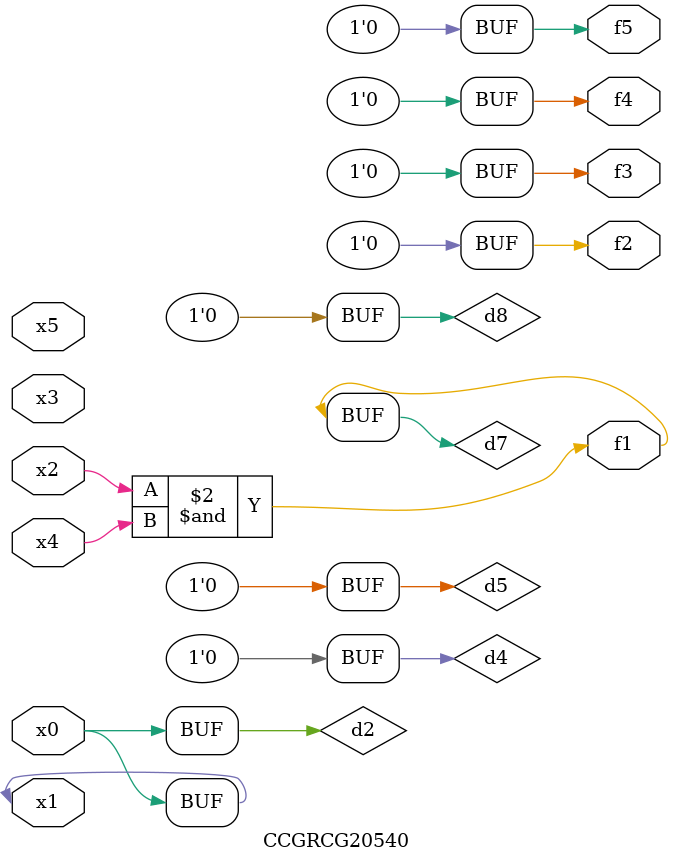
<source format=v>
module CCGRCG20540(
	input x0, x1, x2, x3, x4, x5,
	output f1, f2, f3, f4, f5
);

	wire d1, d2, d3, d4, d5, d6, d7, d8, d9;

	nand (d1, x1);
	buf (d2, x0, x1);
	nand (d3, x2, x4);
	and (d4, d1, d2);
	and (d5, d1, d2);
	nand (d6, d1, d3);
	not (d7, d3);
	xor (d8, d5);
	nor (d9, d5, d6);
	assign f1 = d7;
	assign f2 = d8;
	assign f3 = d8;
	assign f4 = d8;
	assign f5 = d8;
endmodule

</source>
